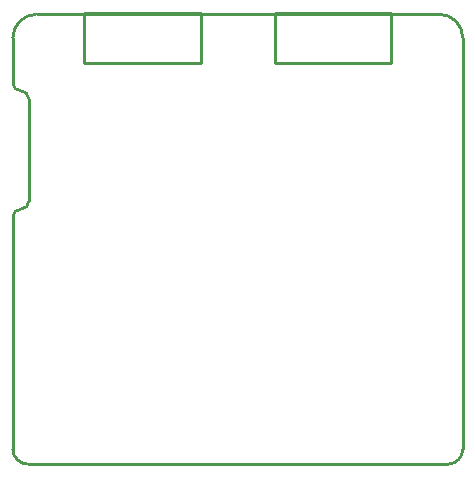
<source format=gko>
G04 ---------------------------- Layer name :KeepOutLayer *
G04 easyEDA 0.1*
G04 Scale: 100 percent, Rotated: No, Reflected: No *
G04 Dimensions in inches *
G04 leading zeros omitted , absolute positions ,2 integer and 4 * 
%FSLAX24Y24*%
%MOIN*%
G90*
G70D02*

%ADD10C,0.010000*%
G54D10*
G75*
G01X799Y30100D02*
G03X0Y29300I0J-800D01*
G01*
G75*
G01X15000Y29300D02*
G03X14200Y30100I-800J0D01*
G01*
G75*
G01X0Y15600D02*
G03X500Y15100I500J0D01*
G01*
G75*
G01X14500Y15100D02*
G03X15000Y15600I0J500D01*
G01*
G75*
G01X531Y27277D02*
G03X267Y27540I-264J0D01*
G01*
G75*
G01X0Y27808D02*
G03X267Y27540I267J0D01*
G01*
G75*
G01X267Y23603D02*
G03X535Y23871I0J268D01*
G01*
G75*
G01X267Y23603D02*
G03X3Y23340I0J-263D01*
G01*
G01X799Y30100D02*
G01X14200Y30100D01*
G01X15000Y29300D02*
G01X15000Y15600D01*
G01X14500Y15100D02*
G01X500Y15100D01*
G01X0Y15600D02*
G01X0Y23340D01*
G01X0Y27808D02*
G01X0Y29300D01*
G01X531Y23871D02*
G01X531Y27277D01*
G01X12617Y28481D02*
G01X12617Y30151D01*
G01X8744Y30151D01*
G01X8744Y28481D01*
G01X12617Y28481D01*
G01X6255Y28481D02*
G01X6255Y30151D01*
G01X2382Y30151D01*
G01X2382Y28481D01*
G01X6255Y28481D01*

%LPD*%

M00*
M02*
</source>
